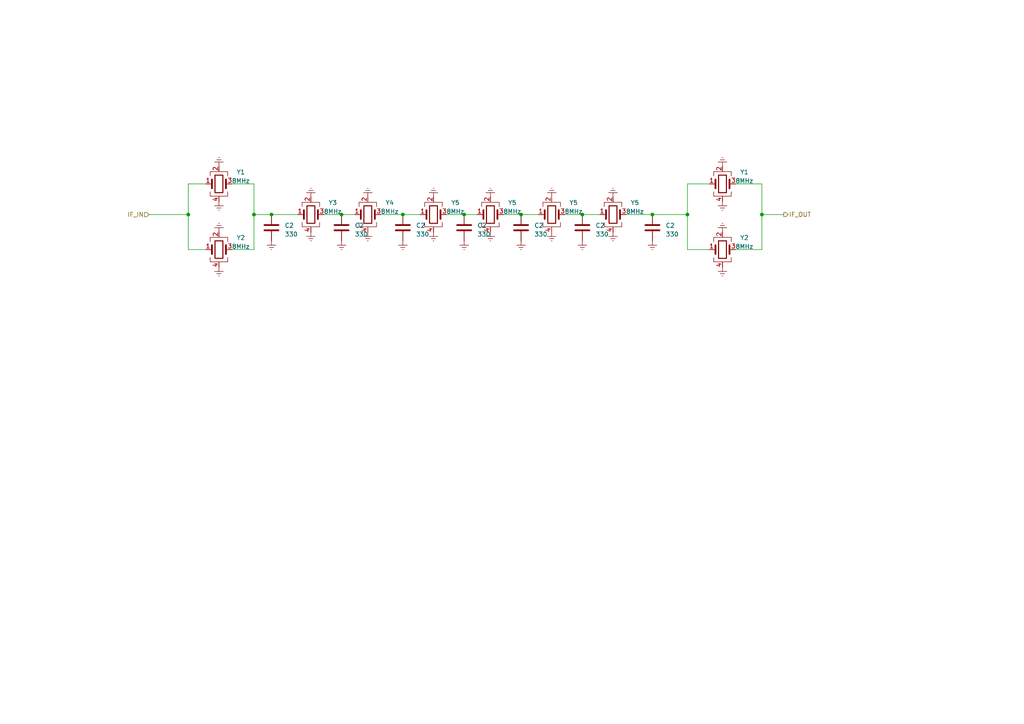
<source format=kicad_sch>
(kicad_sch (version 20230121) (generator eeschema)
  (paper "A4")
  (lib_symbols
    (symbol "Device:C" (pin_numbers hide) (pin_names (offset 0.254))
      (property "Reference" "C" (at 0.635 2.54 0))
      (property "Value" "C" (at 0.635 -2.54 0))
      (symbol "C_0_1"
        (polyline (pts (xy -2.032 -0.762) (xy 2.032 -0.762)) (stroke (width 0.508)))
        (polyline (pts (xy -2.032 0.762) (xy 2.032 0.762)) (stroke (width 0.508)))
      )
      (symbol "C_1_1"
        (pin passive line (at 0 3.81 270) (length 2.794) (name "~") (number "1"))
        (pin passive line (at 0 -3.81 90) (length 2.794) (name "~") (number "2"))
      )
    )
    (symbol "Device:Crystal_GND24" (pin_names (offset 1.016) hide)
      (property "Reference" "Y" (at 3.175 5.08 0))
      (property "Value" "Crystal_GND24" (at 3.175 3.175 0))
      (symbol "Crystal_GND24_0_1"
        (rectangle (start -1.143 2.54) (end 1.143 -2.54) (stroke (width 0.3048)))
        (polyline (pts (xy -2.54 0) (xy -2.032 0)))
        (polyline (pts (xy -2.032 -1.27) (xy -2.032 1.27)) (stroke (width 0.508)))
        (polyline (pts (xy 0 -3.81) (xy 0 -3.556)))
        (polyline (pts (xy 0 3.556) (xy 0 3.81)))
        (polyline (pts (xy 2.032 -1.27) (xy 2.032 1.27)) (stroke (width 0.508)))
        (polyline (pts (xy 2.032 0) (xy 2.54 0)))
        (polyline (pts (xy -2.54 -2.286) (xy -2.54 -3.556) (xy 2.54 -3.556) (xy 2.54 -2.286)))
        (polyline (pts (xy -2.54 2.286) (xy -2.54 3.556) (xy 2.54 3.556) (xy 2.54 2.286)))
      )
      (symbol "Crystal_GND24_1_1"
        (pin passive line (at -3.81 0 0) (length 1.27) (name "1") (number "1"))
        (pin passive line (at 0 5.08 270) (length 1.27) (name "2") (number "2"))
        (pin passive line (at 3.81 0 180) (length 1.27) (name "3") (number "3"))
        (pin passive line (at 0 -5.08 90) (length 1.27) (name "4") (number "4"))
      )
    )
    (symbol "power:Earth" (power) (pin_names (offset 0))
      (symbol "Earth_0_1"
        (polyline (pts (xy -0.635 -1.905) (xy 0.635 -1.905)))
        (polyline (pts (xy -0.127 -2.54) (xy 0.127 -2.54)))
        (polyline (pts (xy 0 -1.27) (xy 0 0)))
        (polyline (pts (xy 1.27 -1.27) (xy -1.27 -1.27)))
      )
      (symbol "Earth_1_1"
        (pin power_in line (at 0 0 270) (length 0) hide (name "Earth") (number "1"))
      )
    )
  )
  (junction (at 54.61 62.23))
  (junction (at 168.91 62.23))
  (junction (at 134.62 62.23))
  (junction (at 199.39 62.23))
  (junction (at 220.98 62.23))
  (junction (at 116.84 62.23))
  (junction (at 78.74 62.23))
  (junction (at 151.13 62.23))
  (junction (at 73.66 62.23))
  (junction (at 189.23 62.23))
  (junction (at 99.06 62.23))
  (wire (pts (xy 78.74 62.23) (xy 86.36 62.23)))
  (wire (pts (xy 73.66 53.34) (xy 73.66 62.23)))
  (wire (pts (xy 151.13 62.23) (xy 156.21 62.23)))
  (wire (pts (xy 181.61 62.23) (xy 189.23 62.23)))
  (wire (pts (xy 189.23 62.23) (xy 199.39 62.23)))
  (wire (pts (xy 54.61 62.23) (xy 54.61 72.39)))
  (wire (pts (xy 199.39 53.34) (xy 205.74 53.34)))
  (wire (pts (xy 67.31 72.39) (xy 73.66 72.39)))
  (wire (pts (xy 54.61 72.39) (xy 59.69 72.39)))
  (wire (pts (xy 129.54 62.23) (xy 134.62 62.23)))
  (wire (pts (xy 220.98 62.23) (xy 220.98 72.39)))
  (wire (pts (xy 54.61 53.34) (xy 59.69 53.34)))
  (wire (pts (xy 199.39 72.39) (xy 205.74 72.39)))
  (wire (pts (xy 220.98 62.23) (xy 227.33 62.23)))
  (wire (pts (xy 54.61 62.23) (xy 54.61 53.34)))
  (wire (pts (xy 93.98 62.23) (xy 99.06 62.23)))
  (wire (pts (xy 163.83 62.23) (xy 168.91 62.23)))
  (wire (pts (xy 134.62 62.23) (xy 138.43 62.23)))
  (wire (pts (xy 146.05 62.23) (xy 151.13 62.23)))
  (wire (pts (xy 213.36 53.34) (xy 220.98 53.34)))
  (wire (pts (xy 213.36 72.39) (xy 220.98 72.39)))
  (wire (pts (xy 168.91 62.23) (xy 173.99 62.23)))
  (wire (pts (xy 199.39 62.23) (xy 199.39 72.39)))
  (wire (pts (xy 99.06 62.23) (xy 102.87 62.23)))
  (wire (pts (xy 73.66 62.23) (xy 78.74 62.23)))
  (wire (pts (xy 110.49 62.23) (xy 116.84 62.23)))
  (wire (pts (xy 43.18 62.23) (xy 54.61 62.23)))
  (wire (pts (xy 220.98 53.34) (xy 220.98 62.23)))
  (wire (pts (xy 73.66 62.23) (xy 73.66 72.39)))
  (wire (pts (xy 73.66 53.34) (xy 67.31 53.34)))
  (wire (pts (xy 199.39 62.23) (xy 199.39 53.34)))
  (wire (pts (xy 116.84 62.23) (xy 121.92 62.23)))
  (hierarchical_label "IF_IN" (shape input) (at 43.18 62.23 180))
  (hierarchical_label "IF_OUT" (shape output) (at 227.33 62.23 0))
  (symbol (lib_id "power:Earth") (at 63.5 77.47 0) (unit 1)
    (property "Reference" "#PWR05" (effects hide))
    (property "Value" "Earth" (effects hide))
    (instances (project "Mixers" (path "" (reference "#PWR05") (unit 1)) (path "" (reference "#PWR07") (unit 1)) (path "" (reference "#PWR020") (unit 1))))
  )
  (symbol (lib_id "power:Earth") (at 125.73 57.15 180) (unit 1)
    (property "Reference" "#PWR05" (effects hide))
    (property "Value" "Earth" (effects hide))
    (instances (project "Mixers" (path "" (reference "#PWR05") (unit 1)) (path "" (reference "#PWR07") (unit 1)) (path "" (reference "#PWR028") (unit 1))))
  )
  (symbol (lib_id "Device:C") (at 134.62 66.04 180) (unit 1)
    (property "Reference" "C2" (at 138.43 65.405 0) (effects (justify right)))
    (property "Value" "330" (at 138.43 67.945 0) (effects (justify right)))
    (property "Footprint" "Capacitor_SMD:C_0805_2012Metric" (effects hide))
    (instances (project "Mixers" (path "" (reference "C2") (unit 1)) (path "" (reference "C8") (unit 1)) (path "" (reference "C13") (unit 1))))
  )
  (symbol (lib_id "power:Earth") (at 63.5 67.31 180) (unit 1)
    (property "Reference" "#PWR05" (effects hide))
    (property "Value" "Earth" (effects hide))
    (instances (project "Mixers" (path "" (reference "#PWR05") (unit 1)) (path "" (reference "#PWR07") (unit 1)) (path "" (reference "#PWR019") (unit 1))))
  )
  (symbol (lib_id "power:Earth") (at 209.55 77.47 0) (unit 1)
    (property "Reference" "#PWR05" (effects hide))
    (property "Value" "Earth" (effects hide))
    (instances (project "Mixers" (path "" (reference "#PWR05") (unit 1)) (path "" (reference "#PWR07") (unit 1)) (path "" (reference "#PWR043") (unit 1))))
  )
  (symbol (lib_id "power:Earth") (at 168.91 69.85 0) (unit 1)
    (property "Reference" "#PWR05" (effects hide))
    (property "Value" "Earth" (effects hide))
    (instances (project "Mixers" (path "" (reference "#PWR05") (unit 1)) (path "" (reference "#PWR07") (unit 1)) (path "" (reference "#PWR036") (unit 1))))
  )
  (symbol (lib_id "power:Earth") (at 142.24 67.31 0) (unit 1)
    (property "Reference" "#PWR05" (effects hide))
    (property "Value" "Earth" (effects hide))
    (instances (project "Mixers" (path "" (reference "#PWR05") (unit 1)) (path "" (reference "#PWR07") (unit 1)) (path "" (reference "#PWR032") (unit 1))))
  )
  (symbol (lib_id "power:Earth") (at 125.73 67.31 0) (unit 1)
    (property "Reference" "#PWR05" (effects hide))
    (property "Value" "Earth" (effects hide))
    (instances (project "Mixers" (path "" (reference "#PWR05") (unit 1)) (path "" (reference "#PWR07") (unit 1)) (path "" (reference "#PWR029") (unit 1))))
  )
  (symbol (lib_id "Device:Crystal_GND24") (at 209.55 53.34 0) (unit 1)
    (property "Reference" "Y1" (at 215.9 49.9111 0))
    (property "Value" "8MHz" (at 215.9 52.4511 0))
    (property "Footprint" "Crystal:Crystal_SMD_3225-4Pin_3.2x2.5mm" (effects hide))
    (instances (project "Mixers" (path "" (reference "Y1") (unit 1)) (path "" (reference "Y9") (unit 1))))
  )
  (symbol (lib_id "power:Earth") (at 209.55 67.31 180) (unit 1)
    (property "Reference" "#PWR05" (effects hide))
    (property "Value" "Earth" (effects hide))
    (instances (project "Mixers" (path "" (reference "#PWR05") (unit 1)) (path "" (reference "#PWR07") (unit 1)) (path "" (reference "#PWR042") (unit 1))))
  )
  (symbol (lib_id "power:Earth") (at 78.74 69.85 0) (unit 1)
    (property "Reference" "#PWR05" (effects hide))
    (property "Value" "Earth" (effects hide))
    (instances (project "Mixers" (path "" (reference "#PWR05") (unit 1)) (path "" (reference "#PWR07") (unit 1)) (path "" (reference "#PWR021") (unit 1))))
  )
  (symbol (lib_id "power:Earth") (at 160.02 57.15 180) (unit 1)
    (property "Reference" "#PWR05" (effects hide))
    (property "Value" "Earth" (effects hide))
    (instances (project "Mixers" (path "" (reference "#PWR05") (unit 1)) (path "" (reference "#PWR07") (unit 1)) (path "" (reference "#PWR034") (unit 1))))
  )
  (symbol (lib_id "Device:C") (at 99.06 66.04 180) (unit 1)
    (property "Reference" "C2" (at 102.87 65.405 0) (effects (justify right)))
    (property "Value" "330" (at 102.87 67.945 0) (effects (justify right)))
    (property "Footprint" "Capacitor_SMD:C_0805_2012Metric" (effects hide))
    (instances (project "Mixers" (path "" (reference "C2") (unit 1)) (path "" (reference "C8") (unit 1)) (path "" (reference "C11") (unit 1))))
  )
  (symbol (lib_id "Device:C") (at 116.84 66.04 180) (unit 1)
    (property "Reference" "C2" (at 120.65 65.405 0) (effects (justify right)))
    (property "Value" "330" (at 120.65 67.945 0) (effects (justify right)))
    (property "Footprint" "Capacitor_SMD:C_0805_2012Metric" (effects hide))
    (instances (project "Mixers" (path "" (reference "C2") (unit 1)) (path "" (reference "C8") (unit 1)) (path "" (reference "C12") (unit 1))))
  )
  (symbol (lib_id "Device:C") (at 78.74 66.04 180) (unit 1)
    (property "Reference" "C2" (at 82.55 65.405 0) (effects (justify right)))
    (property "Value" "330" (at 82.55 67.945 0) (effects (justify right)))
    (property "Footprint" "Capacitor_SMD:C_0805_2012Metric" (effects hide))
    (instances (project "Mixers" (path "" (reference "C2") (unit 1)) (path "" (reference "C8") (unit 1)) (path "" (reference "C10") (unit 1))))
  )
  (symbol (lib_id "power:Earth") (at 209.55 58.42 0) (unit 1)
    (property "Reference" "#PWR05" (effects hide))
    (property "Value" "Earth" (effects hide))
    (instances (project "Mixers" (path "" (reference "#PWR05") (unit 1)) (path "" (reference "#PWR07") (unit 1)) (path "" (reference "#PWR041") (unit 1))))
  )
  (symbol (lib_id "Device:C") (at 189.23 66.04 180) (unit 1)
    (property "Reference" "C2" (at 193.04 65.405 0) (effects (justify right)))
    (property "Value" "330" (at 193.04 67.945 0) (effects (justify right)))
    (property "Footprint" "Capacitor_SMD:C_0805_2012Metric" (effects hide))
    (instances (project "Mixers" (path "" (reference "C2") (unit 1)) (path "" (reference "C8") (unit 1)) (path "" (reference "C16") (unit 1))))
  )
  (symbol (lib_id "Device:Crystal_GND24") (at 142.24 62.23 0) (unit 1)
    (property "Reference" "Y5" (at 148.59 58.8011 0))
    (property "Value" "8MHz" (at 148.59 61.3411 0))
    (property "Footprint" "Crystal:Crystal_SMD_3225-4Pin_3.2x2.5mm" (effects hide))
    (instances (project "Mixers" (path "" (reference "Y5") (unit 1)) (path "" (reference "Y6") (unit 1))))
  )
  (symbol (lib_id "power:Earth") (at 177.8 67.31 0) (unit 1)
    (property "Reference" "#PWR05" (effects hide))
    (property "Value" "Earth" (effects hide))
    (instances (project "Mixers" (path "" (reference "#PWR05") (unit 1)) (path "" (reference "#PWR07") (unit 1)) (path "" (reference "#PWR038") (unit 1))))
  )
  (symbol (lib_id "Device:Crystal_GND24") (at 63.5 53.34 0) (unit 1)
    (property "Reference" "Y1" (at 69.85 49.9111 0))
    (property "Value" "8MHz" (at 69.85 52.4511 0))
    (property "Footprint" "Crystal:Crystal_SMD_3225-4Pin_3.2x2.5mm" (effects hide))
  )
  (symbol (lib_id "Device:Crystal_GND24") (at 125.73 62.23 0) (unit 1)
    (property "Reference" "Y5" (at 132.08 58.8011 0))
    (property "Value" "8MHz" (at 132.08 61.3411 0))
    (property "Footprint" "Crystal:Crystal_SMD_3225-4Pin_3.2x2.5mm" (effects hide))
  )
  (symbol (lib_id "power:Earth") (at 106.68 57.15 180) (unit 1)
    (property "Reference" "#PWR05" (effects hide))
    (property "Value" "Earth" (effects hide))
    (instances (project "Mixers" (path "" (reference "#PWR05") (unit 1)) (path "" (reference "#PWR07") (unit 1)) (path "" (reference "#PWR025") (unit 1))))
  )
  (symbol (lib_id "Device:Crystal_GND24") (at 209.55 72.39 0) (unit 1)
    (property "Reference" "Y2" (at 215.9 68.9611 0))
    (property "Value" "8MHz" (at 215.9 71.5011 0))
    (property "Footprint" "Crystal:Crystal_SMD_3225-4Pin_3.2x2.5mm" (effects hide))
    (instances (project "Mixers" (path "" (reference "Y2") (unit 1)) (path "" (reference "Y10") (unit 1))))
  )
  (symbol (lib_id "power:Earth") (at 134.62 69.85 0) (unit 1)
    (property "Reference" "#PWR05" (effects hide))
    (property "Value" "Earth" (effects hide))
    (instances (project "Mixers" (path "" (reference "#PWR05") (unit 1)) (path "" (reference "#PWR07") (unit 1)) (path "" (reference "#PWR030") (unit 1))))
  )
  (symbol (lib_id "Device:Crystal_GND24") (at 90.17 62.23 0) (unit 1)
    (property "Reference" "Y3" (at 96.52 58.8011 0))
    (property "Value" "8MHz" (at 96.52 61.3411 0))
    (property "Footprint" "Crystal:Crystal_SMD_3225-4Pin_3.2x2.5mm" (effects hide))
  )
  (symbol (lib_id "power:Earth") (at 116.84 69.85 0) (unit 1)
    (property "Reference" "#PWR05" (effects hide))
    (property "Value" "Earth" (effects hide))
    (instances (project "Mixers" (path "" (reference "#PWR05") (unit 1)) (path "" (reference "#PWR07") (unit 1)) (path "" (reference "#PWR027") (unit 1))))
  )
  (symbol (lib_id "power:Earth") (at 63.5 48.26 180) (unit 1)
    (property "Reference" "#PWR05" (effects hide))
    (property "Value" "Earth" (effects hide))
    (instances (project "Mixers" (path "" (reference "#PWR05") (unit 1)) (path "" (reference "#PWR07") (unit 1)) (path "" (reference "#PWR017") (unit 1))))
  )
  (symbol (lib_id "power:Earth") (at 142.24 57.15 180) (unit 1)
    (property "Reference" "#PWR05" (effects hide))
    (property "Value" "Earth" (effects hide))
    (instances (project "Mixers" (path "" (reference "#PWR05") (unit 1)) (path "" (reference "#PWR07") (unit 1)) (path "" (reference "#PWR031") (unit 1))))
  )
  (symbol (lib_id "Device:C") (at 151.13 66.04 180) (unit 1)
    (property "Reference" "C2" (at 154.94 65.405 0) (effects (justify right)))
    (property "Value" "330" (at 154.94 67.945 0) (effects (justify right)))
    (property "Footprint" "Capacitor_SMD:C_0805_2012Metric" (effects hide))
    (instances (project "Mixers" (path "" (reference "C2") (unit 1)) (path "" (reference "C8") (unit 1)) (path "" (reference "C14") (unit 1))))
  )
  (symbol (lib_id "Device:Crystal_GND24") (at 160.02 62.23 0) (unit 1)
    (property "Reference" "Y5" (at 166.37 58.8011 0))
    (property "Value" "8MHz" (at 166.37 61.3411 0))
    (property "Footprint" "Crystal:Crystal_SMD_3225-4Pin_3.2x2.5mm" (effects hide))
    (instances (project "Mixers" (path "" (reference "Y5") (unit 1)) (path "" (reference "Y7") (unit 1))))
  )
  (symbol (lib_id "Device:Crystal_GND24") (at 177.8 62.23 0) (unit 1)
    (property "Reference" "Y5" (at 184.15 58.8011 0))
    (property "Value" "8MHz" (at 184.15 61.3411 0))
    (property "Footprint" "Crystal:Crystal_SMD_3225-4Pin_3.2x2.5mm" (effects hide))
    (instances (project "Mixers" (path "" (reference "Y5") (unit 1)) (path "" (reference "Y8") (unit 1))))
  )
  (symbol (lib_id "Device:Crystal_GND24") (at 63.5 72.39 0) (unit 1)
    (property "Reference" "Y2" (at 69.85 68.9611 0))
    (property "Value" "8MHz" (at 69.85 71.5011 0))
    (property "Footprint" "Crystal:Crystal_SMD_3225-4Pin_3.2x2.5mm" (effects hide))
  )
  (symbol (lib_id "power:Earth") (at 151.13 69.85 0) (unit 1)
    (property "Reference" "#PWR05" (effects hide))
    (property "Value" "Earth" (effects hide))
    (instances (project "Mixers" (path "" (reference "#PWR05") (unit 1)) (path "" (reference "#PWR07") (unit 1)) (path "" (reference "#PWR033") (unit 1))))
  )
  (symbol (lib_id "Device:Crystal_GND24") (at 106.68 62.23 0) (unit 1)
    (property "Reference" "Y4" (at 113.03 58.8011 0))
    (property "Value" "8MHz" (at 113.03 61.3411 0))
    (property "Footprint" "Crystal:Crystal_SMD_3225-4Pin_3.2x2.5mm" (effects hide))
  )
  (symbol (lib_id "power:Earth") (at 177.8 57.15 180) (unit 1)
    (property "Reference" "#PWR05" (effects hide))
    (property "Value" "Earth" (effects hide))
    (instances (project "Mixers" (path "" (reference "#PWR05") (unit 1)) (path "" (reference "#PWR07") (unit 1)) (path "" (reference "#PWR037") (unit 1))))
  )
  (symbol (lib_id "Device:C") (at 168.91 66.04 180) (unit 1)
    (property "Reference" "C2" (at 172.72 65.405 0) (effects (justify right)))
    (property "Value" "330" (at 172.72 67.945 0) (effects (justify right)))
    (property "Footprint" "Capacitor_SMD:C_0805_2012Metric" (effects hide))
    (instances (project "Mixers" (path "" (reference "C2") (unit 1)) (path "" (reference "C8") (unit 1)) (path "" (reference "C15") (unit 1))))
  )
  (symbol (lib_id "power:Earth") (at 90.17 67.31 0) (unit 1)
    (property "Reference" "#PWR05" (effects hide))
    (property "Value" "Earth" (effects hide))
    (instances (project "Mixers" (path "" (reference "#PWR05") (unit 1)) (path "" (reference "#PWR07") (unit 1)) (path "" (reference "#PWR023") (unit 1))))
  )
  (symbol (lib_id "power:Earth") (at 160.02 67.31 0) (unit 1)
    (property "Reference" "#PWR05" (effects hide))
    (property "Value" "Earth" (effects hide))
    (instances (project "Mixers" (path "" (reference "#PWR05") (unit 1)) (path "" (reference "#PWR07") (unit 1)) (path "" (reference "#PWR035") (unit 1))))
  )
  (symbol (lib_id "power:Earth") (at 209.55 48.26 180) (unit 1)
    (property "Reference" "#PWR05" (effects hide))
    (property "Value" "Earth" (effects hide))
    (instances (project "Mixers" (path "" (reference "#PWR05") (unit 1)) (path "" (reference "#PWR07") (unit 1)) (path "" (reference "#PWR040") (unit 1))))
  )
  (symbol (lib_id "power:Earth") (at 63.5 58.42 0) (unit 1)
    (property "Reference" "#PWR05" (effects hide))
    (property "Value" "Earth" (effects hide))
    (instances (project "Mixers" (path "" (reference "#PWR05") (unit 1)) (path "" (reference "#PWR07") (unit 1)) (path "" (reference "#PWR018") (unit 1))))
  )
  (symbol (lib_id "power:Earth") (at 90.17 57.15 180) (unit 1)
    (property "Reference" "#PWR05" (effects hide))
    (property "Value" "Earth" (effects hide))
    (instances (project "Mixers" (path "" (reference "#PWR05") (unit 1)) (path "" (reference "#PWR07") (unit 1)) (path "" (reference "#PWR022") (unit 1))))
  )
  (symbol (lib_id "power:Earth") (at 189.23 69.85 0) (unit 1)
    (property "Reference" "#PWR05" (effects hide))
    (property "Value" "Earth" (effects hide))
    (instances (project "Mixers" (path "" (reference "#PWR05") (unit 1)) (path "" (reference "#PWR07") (unit 1)) (path "" (reference "#PWR039") (unit 1))))
  )
  (symbol (lib_id "power:Earth") (at 106.68 67.31 0) (unit 1)
    (property "Reference" "#PWR05" (effects hide))
    (property "Value" "Earth" (effects hide))
    (instances (project "Mixers" (path "" (reference "#PWR05") (unit 1)) (path "" (reference "#PWR07") (unit 1)) (path "" (reference "#PWR026") (unit 1))))
  )
  (symbol (lib_id "power:Earth") (at 99.06 69.85 0) (unit 1)
    (property "Reference" "#PWR05" (effects hide))
    (property "Value" "Earth" (effects hide))
    (instances (project "Mixers" (path "" (reference "#PWR05") (unit 1)) (path "" (reference "#PWR07") (unit 1)) (path "" (reference "#PWR024") (unit 1))))
  )
)
</source>
